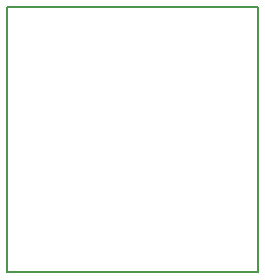
<source format=gm1>
G04 #@! TF.FileFunction,Profile,NP*
%FSLAX46Y46*%
G04 Gerber Fmt 4.6, Leading zero omitted, Abs format (unit mm)*
G04 Created by KiCad (PCBNEW 4.0.7) date 2017 December 09, Saturday 06:19:51*
%MOMM*%
%LPD*%
G01*
G04 APERTURE LIST*
%ADD10C,0.100000*%
%ADD11C,0.150000*%
G04 APERTURE END LIST*
D10*
D11*
X129921000Y-112649000D02*
X129921000Y-90170000D01*
X151130000Y-112649000D02*
X129921000Y-112649000D01*
X151130000Y-90170000D02*
X151130000Y-112649000D01*
X129921000Y-90170000D02*
X151130000Y-90170000D01*
M02*

</source>
